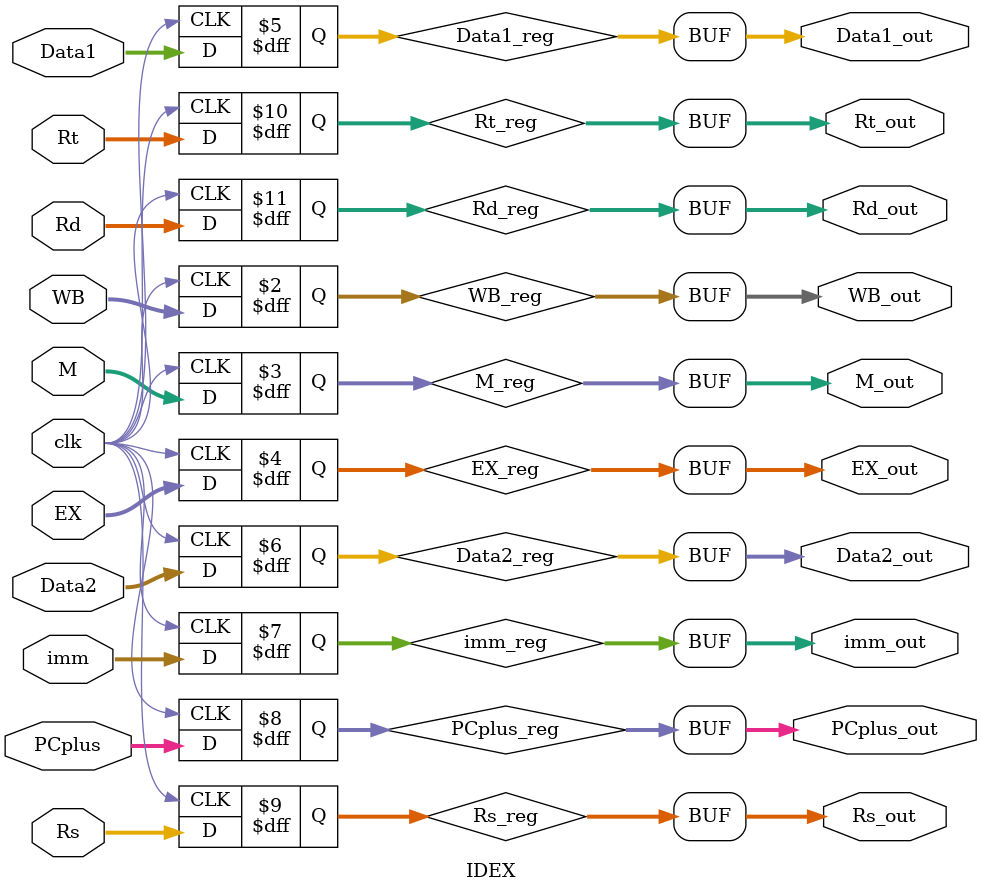
<source format=v>
module IDEX(clk,PCplus,WB,M,EX,Data1,Data2,imm,Rs,Rt,Rd,PCplus_out,WB_out,M_out,EX_out,Data1_out,
Data2_out,imm_out,Rs_out,Rt_out,Rd_out);

	//Clock
 	input clk;
	//Micro commands input
	input [2:0] WB;
 	input [2:0] M;
 	input [7:0] EX;
	//Registers input
 	input [4:0] Rs,Rt,Rd;
	//Data input
 	input [31:0] Data1,Data2,imm,PCplus;
	
	//Micro commands output
 	output [2:0] WB_out;
 	output [2:0] M_out;
 	output [7:0] EX_out;
	//Micro commands output
 	output [4:0] Rs_out,Rt_out,Rd_out;
	//Data output
 	output [31:0] Data1_out,Data2_out,imm_out,PCplus_out;
	
	//Registers
 	reg [2:0] WB_reg;
 	reg [2:0] M_reg;
 	reg [7:0] EX_reg;
 	reg [31:0] Data1_reg,Data2_reg,imm_reg, PCplus_reg;
 	reg [4:0] Rs_reg,Rt_reg,Rd_reg;
	
	//Change values on ascendant board
 	always@(posedge clk) begin
	 	 WB_reg <= WB;
		 M_reg <= M;
		 EX_reg <= EX;
		 Data1_reg <= Data1;
		 Data2_reg <= Data2;
		 imm_reg <= imm;
		 Rs_reg <= Rs;
		 Rt_reg <= Rt;
		 Rd_reg <= Rd;
		 PCplus_reg <= PCplus;
 	end

	assign WB_out = WB_reg;
	assign M_out = M_reg;
	assign EX_out = EX_reg;
	assign Rs_out = Rs_reg;
	assign Rt_out = Rt_reg;
	assign Rd_out = Rd_reg;
	assign Data1_out = Data1_reg;
	assign Data2_out = Data2_reg;
	assign imm_out = imm_reg;
	assign PCplus_out = PCplus_reg;
endmodule
</source>
